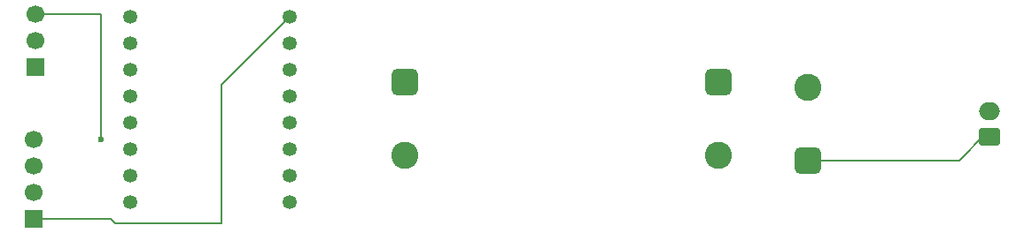
<source format=gbr>
%TF.GenerationSoftware,KiCad,Pcbnew,9.0.4*%
%TF.CreationDate,2025-11-05T17:22:30+05:30*%
%TF.ProjectId,BikeSSv3,42696b65-5353-4763-932e-6b696361645f,rev?*%
%TF.SameCoordinates,Original*%
%TF.FileFunction,Copper,L2,Bot*%
%TF.FilePolarity,Positive*%
%FSLAX46Y46*%
G04 Gerber Fmt 4.6, Leading zero omitted, Abs format (unit mm)*
G04 Created by KiCad (PCBNEW 9.0.4) date 2025-11-05 17:22:30*
%MOMM*%
%LPD*%
G01*
G04 APERTURE LIST*
G04 Aperture macros list*
%AMRoundRect*
0 Rectangle with rounded corners*
0 $1 Rounding radius*
0 $2 $3 $4 $5 $6 $7 $8 $9 X,Y pos of 4 corners*
0 Add a 4 corners polygon primitive as box body*
4,1,4,$2,$3,$4,$5,$6,$7,$8,$9,$2,$3,0*
0 Add four circle primitives for the rounded corners*
1,1,$1+$1,$2,$3*
1,1,$1+$1,$4,$5*
1,1,$1+$1,$6,$7*
1,1,$1+$1,$8,$9*
0 Add four rect primitives between the rounded corners*
20,1,$1+$1,$2,$3,$4,$5,0*
20,1,$1+$1,$4,$5,$6,$7,0*
20,1,$1+$1,$6,$7,$8,$9,0*
20,1,$1+$1,$8,$9,$2,$3,0*%
G04 Aperture macros list end*
%TA.AperFunction,ComponentPad*%
%ADD10C,1.348000*%
%TD*%
%TA.AperFunction,ComponentPad*%
%ADD11RoundRect,0.250000X0.750000X-0.600000X0.750000X0.600000X-0.750000X0.600000X-0.750000X-0.600000X0*%
%TD*%
%TA.AperFunction,ComponentPad*%
%ADD12O,2.000000X1.700000*%
%TD*%
%TA.AperFunction,ComponentPad*%
%ADD13RoundRect,0.650000X-0.650000X0.650000X-0.650000X-0.650000X0.650000X-0.650000X0.650000X0.650000X0*%
%TD*%
%TA.AperFunction,ComponentPad*%
%ADD14C,2.600000*%
%TD*%
%TA.AperFunction,ComponentPad*%
%ADD15R,1.700000X1.700000*%
%TD*%
%TA.AperFunction,ComponentPad*%
%ADD16C,1.700000*%
%TD*%
%TA.AperFunction,ComponentPad*%
%ADD17RoundRect,0.650000X0.650000X-0.650000X0.650000X0.650000X-0.650000X0.650000X-0.650000X-0.650000X0*%
%TD*%
%TA.AperFunction,ViaPad*%
%ADD18C,0.600000*%
%TD*%
%TA.AperFunction,Conductor*%
%ADD19C,0.200000*%
%TD*%
G04 APERTURE END LIST*
D10*
%TO.P,U102,0,GPIO0*%
%TO.N,unconnected-(U102-GPIO0-Pad0)*%
X207990000Y-59030000D03*
%TO.P,U102,1,GPIO1*%
%TO.N,unconnected-(U102-GPIO1-Pad1)*%
X207990000Y-56490000D03*
%TO.P,U102,2,GPIO2*%
%TO.N,unconnected-(U102-GPIO2-Pad2)*%
X207990000Y-53950000D03*
%TO.P,U102,3,GPIO3*%
%TO.N,unconnected-(U102-GPIO3-Pad3)*%
X207990000Y-51410000D03*
%TO.P,U102,3.3,3V3*%
%TO.N,/3.3V*%
X207990000Y-46330000D03*
%TO.P,U102,4,GPIO4*%
%TO.N,/4*%
X207990000Y-48870000D03*
%TO.P,U102,5,GPIO5*%
%TO.N,/5*%
X192750000Y-41250000D03*
%TO.P,U102,5V,5V*%
%TO.N,/VCCb*%
X207990000Y-41250000D03*
%TO.P,U102,6,GPIO6*%
%TO.N,unconnected-(U102-GPIO6-Pad6)*%
X192750000Y-43790000D03*
%TO.P,U102,7,GPIO7*%
%TO.N,unconnected-(U102-GPIO7-Pad7)*%
X192750000Y-46330000D03*
%TO.P,U102,8,GPIO8*%
%TO.N,unconnected-(U102-GPIO8-Pad8)*%
X192750000Y-48870000D03*
%TO.P,U102,9,GPIO9*%
%TO.N,unconnected-(U102-GPIO9-Pad9)*%
X192750000Y-51410000D03*
%TO.P,U102,10,GPIO10*%
%TO.N,unconnected-(U102-GPIO10-Pad10)*%
X192750000Y-53950000D03*
%TO.P,U102,20,GPIO20*%
%TO.N,unconnected-(U102-GPIO20-Pad20)*%
X192750000Y-56490000D03*
%TO.P,U102,21,GPIO21*%
%TO.N,unconnected-(U102-GPIO21-Pad21)*%
X192750000Y-59030000D03*
%TO.P,U102,G,GND*%
%TO.N,/GNDs*%
X207990000Y-43790000D03*
%TD*%
D11*
%TO.P,J111,1,Pin_1*%
%TO.N,/VCCs*%
X274850000Y-52750000D03*
D12*
%TO.P,J111,2,Pin_2*%
%TO.N,/GNDs*%
X274850000Y-50250000D03*
%TD*%
D13*
%TO.P,TP105,1,1*%
%TO.N,/VCCb*%
X219000000Y-47500000D03*
D14*
%TO.P,TP105,2,2*%
%TO.N,/GNDs*%
X219000000Y-54500000D03*
%TD*%
D13*
%TO.P,TP104,1,1*%
%TO.N,/VCCs*%
X249000000Y-47500000D03*
D14*
%TO.P,TP104,2,2*%
%TO.N,/GNDs*%
X249000000Y-54500000D03*
%TD*%
D15*
%TO.P,J110,1,Pin_1*%
%TO.N,/GNDs*%
X183725000Y-46025000D03*
D16*
%TO.P,J110,2,Pin_2*%
%TO.N,/3.3V*%
X183725000Y-43485000D03*
%TO.P,J110,3,Pin_3*%
%TO.N,/4*%
X183725000Y-40945000D03*
%TD*%
D17*
%TO.P,TP102,1,1*%
%TO.N,/VCCs*%
X257500000Y-55000000D03*
D14*
%TO.P,TP102,2,2*%
%TO.N,/GNDs*%
X257500000Y-48000000D03*
%TD*%
D15*
%TO.P,J109,1,Pin_1*%
%TO.N,/VCCb*%
X183500000Y-60580000D03*
D16*
%TO.P,J109,2,Pin_2*%
%TO.N,/GNDs*%
X183500000Y-58040000D03*
%TO.P,J109,3,Pin_3*%
%TO.N,unconnected-(J109-Pin_3-Pad3)*%
X183500000Y-55500000D03*
%TO.P,J109,4,Pin_4*%
%TO.N,/5*%
X183500000Y-52960000D03*
%TD*%
D18*
%TO.N,/4*%
X190000000Y-53000000D03*
%TD*%
D19*
%TO.N,/VCCb*%
X183500000Y-60580000D02*
X190870000Y-60580000D01*
X190870000Y-60580000D02*
X191290000Y-61000000D01*
X207990000Y-41250000D02*
X201500000Y-47740000D01*
%TO.N,/4*%
X189500000Y-41000000D02*
X189445000Y-40945000D01*
%TO.N,/VCCb*%
X201500000Y-47740000D02*
X201500000Y-61000000D01*
X201500000Y-61000000D02*
X191290000Y-61000000D01*
%TO.N,/4*%
X190000000Y-41000000D02*
X189500000Y-41000000D01*
%TO.N,/VCCs*%
X274850000Y-52750000D02*
X274750000Y-52750000D01*
X274750000Y-52750000D02*
X274500000Y-52500000D01*
%TO.N,/4*%
X189445000Y-40945000D02*
X183725000Y-40945000D01*
X190000000Y-53000000D02*
X190000000Y-41000000D01*
%TO.N,/VCCs*%
X272000000Y-55000000D02*
X257500000Y-55000000D01*
X274500000Y-52500000D02*
X272000000Y-55000000D01*
%TD*%
M02*

</source>
